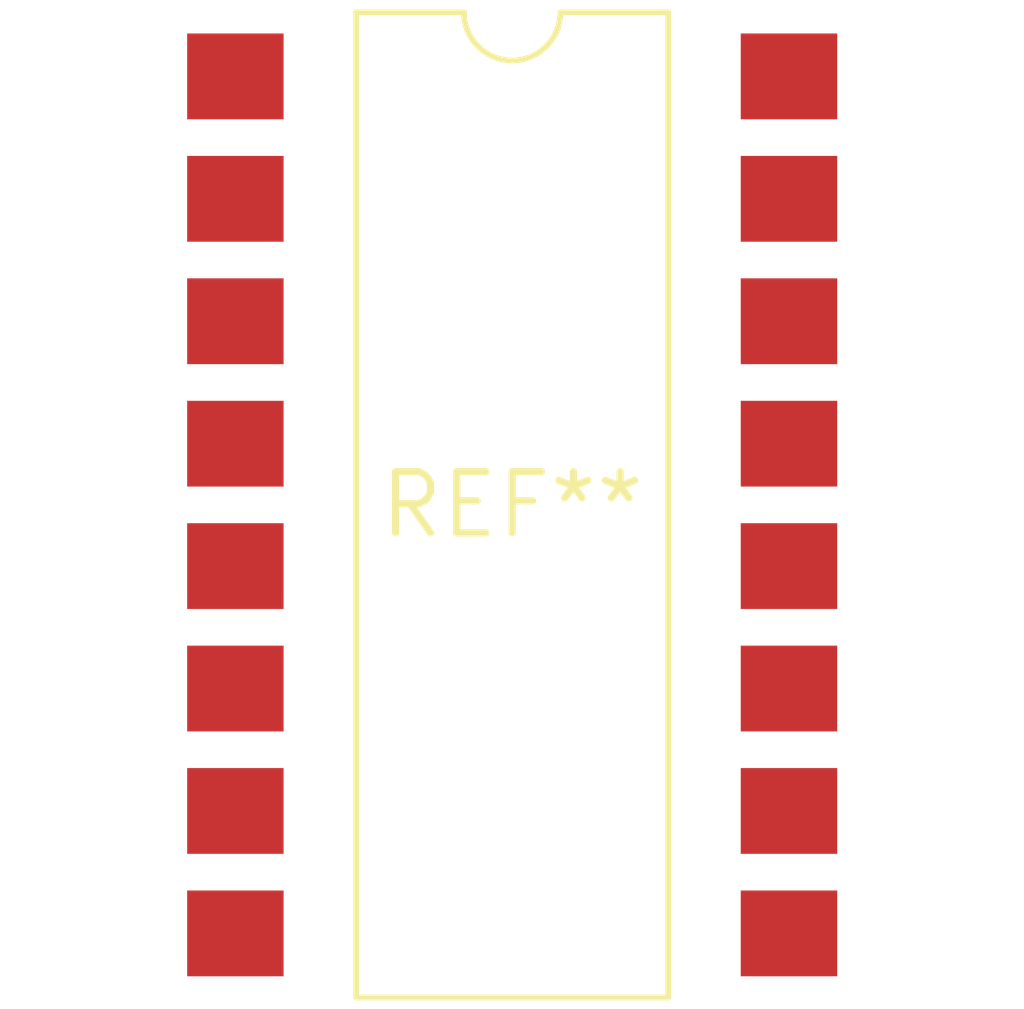
<source format=kicad_pcb>
(kicad_pcb (version 20240108) (generator pcbnew)
  (layers (0 "F.Cu" signal) (31 "B.Cu" signal) (34 "B.Paste" user) (35 "F.Paste" user) (36 "B.SilkS" user "B.Silkscreen") (37 "F.SilkS" user "F.Silkscreen") (38 "B.Mask" user) (39 "F.Mask" user) (44 "Edge.Cuts" user))
  (net 0 "")
  (footprint "SMDIP-16_W11.48mm" (layer "F.Cu") (at 0 0)
    (property "Reference" "REF**")
    (property "Value" "SMDIP-16_W11.48mm")
    (fp_line (start -3.235 -10.22) (end -3.235 10.22) (layer "F.SilkS") (stroke (width 0.12)))
    (fp_line (start -3.235 10.22) (end 3.235 10.22) (layer "F.SilkS") (stroke (width 0.12)))
    (fp_line (start -1 -10.22) (end -3.235 -10.22) (layer "F.SilkS") (stroke (width 0.12)))
    (fp_line (start 3.235 -10.22) (end 1 -10.22) (layer "F.SilkS") (stroke (width 0.12)))
    (fp_line (start 3.235 10.22) (end 3.235 -10.22) (layer "F.SilkS") (stroke (width 0.12)))
    (fp_arc (start 1 -10.22) (mid 0 -9.22) (end -1 -10.22) (layer "F.SilkS") (stroke (width 0.12)))
    (pad "1" smd rect (at -5.74 -8.89) (size 2 1.78) (layers "F.Cu" "F.Paste" "F.Mask"))
    (pad "2" smd rect (at -5.74 -6.35) (size 2 1.78) (layers "F.Cu" "F.Paste" "F.Mask"))
    (pad "3" smd rect (at -5.74 -3.81) (size 2 1.78) (layers "F.Cu" "F.Paste" "F.Mask"))
    (pad "4" smd rect (at -5.74 -1.27) (size 2 1.78) (layers "F.Cu" "F.Paste" "F.Mask"))
    (pad "5" smd rect (at -5.74 1.27) (size 2 1.78) (layers "F.Cu" "F.Paste" "F.Mask"))
    (pad "6" smd rect (at -5.74 3.81) (size 2 1.78) (layers "F.Cu" "F.Paste" "F.Mask"))
    (pad "7" smd rect (at -5.74 6.35) (size 2 1.78) (layers "F.Cu" "F.Paste" "F.Mask"))
    (pad "8" smd rect (at -5.74 8.89) (size 2 1.78) (layers "F.Cu" "F.Paste" "F.Mask"))
    (pad "9" smd rect (at 5.74 8.89) (size 2 1.78) (layers "F.Cu" "F.Paste" "F.Mask"))
    (pad "10" smd rect (at 5.74 6.35) (size 2 1.78) (layers "F.Cu" "F.Paste" "F.Mask"))
    (pad "11" smd rect (at 5.74 3.81) (size 2 1.78) (layers "F.Cu" "F.Paste" "F.Mask"))
    (pad "12" smd rect (at 5.74 1.27) (size 2 1.78) (layers "F.Cu" "F.Paste" "F.Mask"))
    (pad "13" smd rect (at 5.74 -1.27) (size 2 1.78) (layers "F.Cu" "F.Paste" "F.Mask"))
    (pad "14" smd rect (at 5.74 -3.81) (size 2 1.78) (layers "F.Cu" "F.Paste" "F.Mask"))
    (pad "15" smd rect (at 5.74 -6.35) (size 2 1.78) (layers "F.Cu" "F.Paste" "F.Mask"))
    (pad "16" smd rect (at 5.74 -8.89) (size 2 1.78) (layers "F.Cu" "F.Paste" "F.Mask"))
  )
)
</source>
